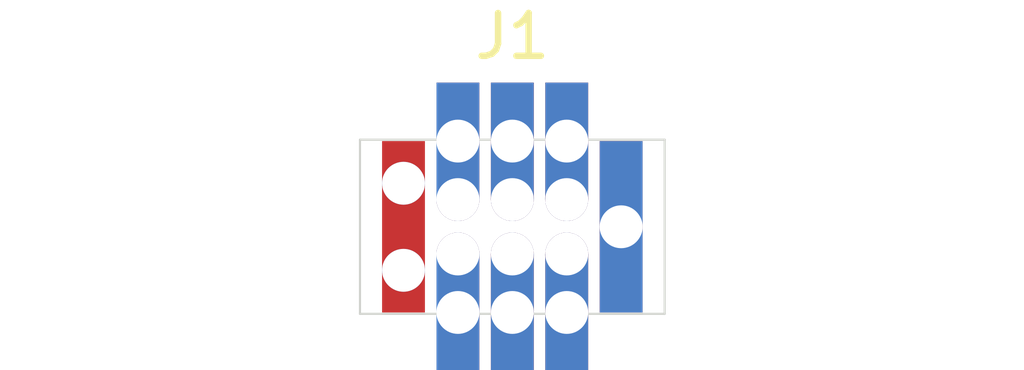
<source format=kicad_pcb>
(kicad_pcb (version 20240108) (generator "pcbnew") (generator_version "8.0")
  (layers (0 "F.Cu" signal) (31 "B.Cu" signal) (34 "B.Paste" user) (35 "F.Paste" user) (36 "B.SilkS" user "B.Silkscreen") (37 "F.SilkS" user "F.Silkscreen") (38 "B.Mask" user) (39 "F.Mask" user) (44 "Edge.Cuts" user))
  (net 0 "")
  (net 1 "Net-(J1-Pad6)")
  (net 2 "Net-(J1-Pad5)")
  (net 3 "Net-(J1-Pad4)")
  (net 4 "Net-(J1-Pad3)")
  (net 5 "Net-(J1-Pad2)")
  (net 6 "Net-(J1-Pad1)")
  (footprint "Connector:Tag-Connect_TC2030-IDC-NL_2x03_P1.27mm_Vertical" (layer "F.Cu") (at 148.082 100.838 180)
    (property "Reference" "J1" (at 0 4.445 180) (layer "F.SilkS"))
    (property "Value" "Conn_02x03_Counter_Clockwise")
    (pad "" thru_hole rect (at -2.54 0 180) (size 1 4) (drill 1) (layers "*.Cu" "*.Mask"))
    (pad "" thru_hole circle (at 2.54 -1.016 180) (size 1 1) (drill 1) (layers "*.Cu" "*.Mask"))
    (pad "" thru_hole circle (at 2.54 1.016 180) (size 1 1) (drill 1) (layers "*.Cu" "*.Mask"))
    (pad "1" thru_hole circle (at -1.27 0.635 180) (size 1 1) (drill 1) (layers "*.Cu" "*.Mask") (net 6 "Net-(J1-Pad1)"))
    (pad "1" thru_hole rect (at -1.27 2) (size 1 2.73) (drill 1) (layers "*.Cu" "*.Mask") (net 6 "Net-(J1-Pad1)"))
    (pad "2" thru_hole rect (at -1.27 -2 180) (size 1 2.73) (drill 1) (layers "*.Cu" "*.Mask") (net 5 "Net-(J1-Pad2)"))
    (pad "2" thru_hole circle (at -1.27 -0.635 180) (size 1 1) (drill 1) (layers "*.Cu" "*.Mask") (net 5 "Net-(J1-Pad2)"))
    (pad "3" thru_hole circle (at 0 0.635 180) (size 1 1) (drill 1) (layers "*.Cu" "*.Mask") (net 4 "Net-(J1-Pad3)"))
    (pad "3" thru_hole rect (at 0 2) (size 1 2.73) (drill 1) (layers "*.Cu" "*.Mask") (net 4 "Net-(J1-Pad3)"))
    (pad "4" thru_hole rect (at 0 -2 180) (size 1 2.73) (drill 1) (layers "*.Cu" "*.Mask") (net 3 "Net-(J1-Pad4)"))
    (pad "4" thru_hole circle (at 0 -0.635 180) (size 1 1) (drill 1) (layers "*.Cu" "*.Mask") (net 3 "Net-(J1-Pad4)"))
    (pad "5" thru_hole circle (at 1.27 0.635 180) (size 1 1) (drill 1) (layers "*.Cu" "*.Mask") (net 2 "Net-(J1-Pad5)"))
    (pad "5" thru_hole rect (at 1.27 2) (size 1 2.73) (drill 1) (layers "*.Cu" "*.Mask") (net 2 "Net-(J1-Pad5)"))
    (pad "6" thru_hole rect (at 1.27 -2 180) (size 1 2.73) (drill 1) (layers "*.Cu" "*.Mask") (net 1 "Net-(J1-Pad6)"))
    (pad "6" thru_hole circle (at 1.27 -0.635 180) (size 1 1) (drill 1) (layers "*.Cu" "*.Mask") (net 1 "Net-(J1-Pad6)"))
    (pad "7" smd rect (at 2.54 0 180) (size 1 4) (layers "F.Cu" "F.Paste" "F.Mask"))
  )
  (gr_line (start 151.638 102.87) (end 151.638 98.806) (stroke (width 0.05)) (layer "Edge.Cuts"))
  (gr_line (start 151.638 98.806) (end 144.526 98.806) (stroke (width 0.05)) (layer "Edge.Cuts"))
  (gr_line (start 144.526 98.806) (end 144.526 102.87) (stroke (width 0.05)) (layer "Edge.Cuts"))
  (gr_line (start 144.526 102.87) (end 151.638 102.87) (stroke (width 0.05)) (layer "Edge.Cuts"))
)
</source>
